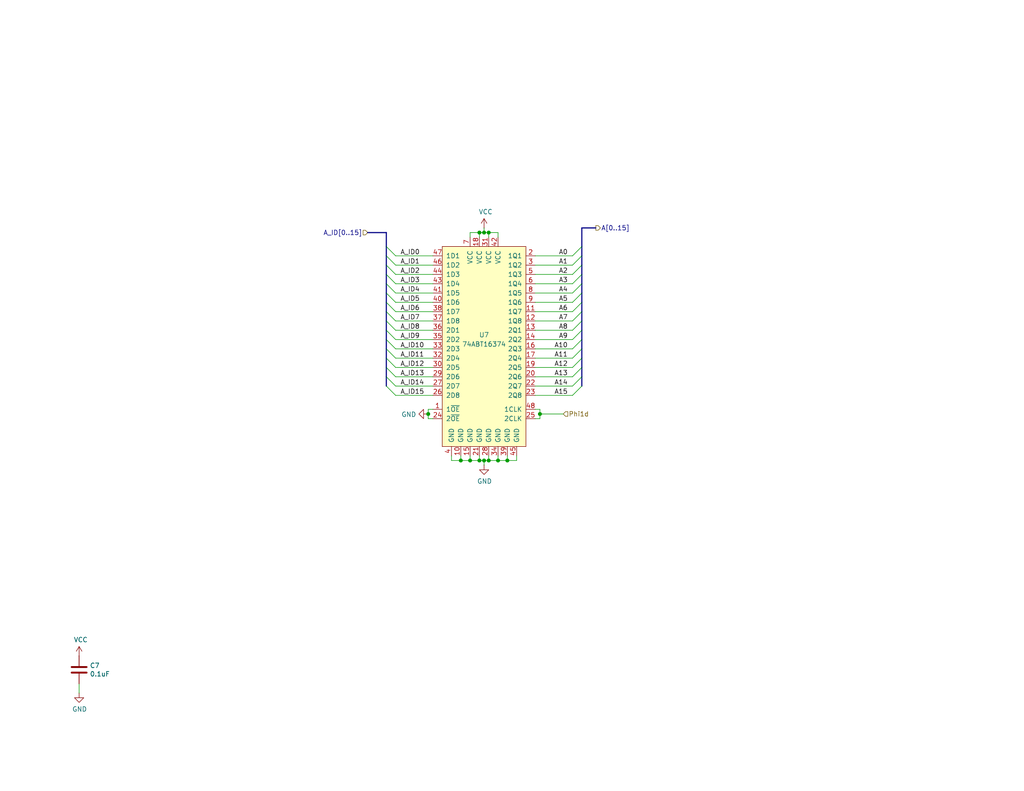
<source format=kicad_sch>
(kicad_sch (version 20250114) (generator "eeschema") (generator_version "9.0")
  (paper "USLetter")
  (title_block (date "2025-07-16") (rev "A"))
  (lib_symbols
    (symbol "Device:C" (pin_numbers (hide yes)) (pin_names (offset 0.254))
      (property "Reference" "C" (at 0.635 2.54 0))
      (property "Value" "C" (at 0.635 -2.54 0))
      (symbol "C_0_1"
        (polyline (pts (xy -2.032 0.762) (xy 2.032 0.762)) (stroke (width 0.508)))
        (polyline (pts (xy -2.032 -0.762) (xy 2.032 -0.762)) (stroke (width 0.508)))
      )
      (symbol "C_1_1"
        (pin passive line (at 0 3.81 270) (length 2.794) (name "~") (number "1"))
        (pin passive line (at 0 -3.81 90) (length 2.794) (name "~") (number "2"))
      )
    )
    (symbol "Turtle16:74ABT16374" (pin_names (offset 1.016))
      (symbol "74ABT16374_0_0"
        (pin input line (at -13.97 21.59 0) (length 2.54) (name "1D1") (number "47"))
        (pin input line (at -13.97 19.05 0) (length 2.54) (name "1D2") (number "46"))
        (pin input line (at -13.97 16.51 0) (length 2.54) (name "1D3") (number "44"))
        (pin input line (at -13.97 13.97 0) (length 2.54) (name "1D4") (number "43"))
        (pin input line (at -13.97 11.43 0) (length 2.54) (name "1D5") (number "41"))
        (pin input line (at -13.97 8.89 0) (length 2.54) (name "1D6") (number "40"))
        (pin input line (at -13.97 6.35 0) (length 2.54) (name "1D7") (number "38"))
        (pin input line (at -13.97 3.81 0) (length 2.54) (name "1D8") (number "37"))
        (pin input line (at -13.97 1.27 0) (length 2.54) (name "2D1") (number "36"))
        (pin input line (at -13.97 -1.27 0) (length 2.54) (name "2D2") (number "35"))
        (pin input line (at -13.97 -3.81 0) (length 2.54) (name "2D3") (number "33"))
        (pin input line (at -13.97 -6.35 0) (length 2.54) (name "2D4") (number "32"))
        (pin input line (at -13.97 -8.89 0) (length 2.54) (name "2D5") (number "30"))
        (pin input line (at -13.97 -11.43 0) (length 2.54) (name "2D6") (number "29"))
        (pin input line (at -13.97 -13.97 0) (length 2.54) (name "2D7") (number "27"))
        (pin input line (at -13.97 -16.51 0) (length 2.54) (name "2D8") (number "26"))
        (pin input line (at -13.97 -20.32 0) (length 2.54) (name "1~{OE}") (number "1"))
        (pin input line (at -13.97 -22.86 0) (length 2.54) (name "2~{OE}") (number "24"))
        (pin power_in line (at -8.89 -33.02 90) (length 2.54) (name "GND") (number "4"))
        (pin power_in line (at -6.35 -33.02 90) (length 2.54) (name "GND") (number "10"))
        (pin power_in line (at -3.81 26.67 270) (length 2.54) (name "VCC") (number "7"))
        (pin power_in line (at -3.81 -33.02 90) (length 2.54) (name "GND") (number "15"))
        (pin power_in line (at -1.27 26.67 270) (length 2.54) (name "VCC") (number "18"))
        (pin power_in line (at -1.27 -33.02 90) (length 2.54) (name "GND") (number "21"))
        (pin power_in line (at 1.27 26.67 270) (length 2.54) (name "VCC") (number "31"))
        (pin power_in line (at 1.27 -33.02 90) (length 2.54) (name "GND") (number "28"))
        (pin power_in line (at 3.81 26.67 270) (length 2.54) (name "VCC") (number "42"))
        (pin power_in line (at 3.81 -33.02 90) (length 2.54) (name "GND") (number "34"))
        (pin power_in line (at 6.35 -33.02 90) (length 2.54) (name "GND") (number "39"))
        (pin power_in line (at 8.89 -33.02 90) (length 2.54) (name "GND") (number "45"))
        (pin tri_state line (at 13.97 21.59 180) (length 2.54) (name "1Q1") (number "2"))
        (pin tri_state line (at 13.97 19.05 180) (length 2.54) (name "1Q2") (number "3"))
        (pin tri_state line (at 13.97 16.51 180) (length 2.54) (name "1Q3") (number "5"))
        (pin tri_state line (at 13.97 13.97 180) (length 2.54) (name "1Q4") (number "6"))
        (pin tri_state line (at 13.97 11.43 180) (length 2.54) (name "1Q5") (number "8"))
        (pin tri_state line (at 13.97 8.89 180) (length 2.54) (name "1Q6") (number "9"))
        (pin tri_state line (at 13.97 6.35 180) (length 2.54) (name "1Q7") (number "11"))
        (pin tri_state line (at 13.97 3.81 180) (length 2.54) (name "1Q8") (number "12"))
        (pin tri_state line (at 13.97 1.27 180) (length 2.54) (name "2Q1") (number "13"))
        (pin tri_state line (at 13.97 -1.27 180) (length 2.54) (name "2Q2") (number "14"))
        (pin tri_state line (at 13.97 -3.81 180) (length 2.54) (name "2Q3") (number "16"))
        (pin tri_state line (at 13.97 -6.35 180) (length 2.54) (name "2Q4") (number "17"))
        (pin tri_state line (at 13.97 -8.89 180) (length 2.54) (name "2Q5") (number "19"))
        (pin tri_state line (at 13.97 -11.43 180) (length 2.54) (name "2Q6") (number "20"))
        (pin tri_state line (at 13.97 -13.97 180) (length 2.54) (name "2Q7") (number "22"))
        (pin tri_state line (at 13.97 -16.51 180) (length 2.54) (name "2Q8") (number "23"))
        (pin input line (at 13.97 -20.32 180) (length 2.54) (name "1CLK") (number "48"))
        (pin input line (at 13.97 -22.86 180) (length 2.54) (name "2CLK") (number "25"))
      )
      (symbol "74ABT16374_0_1"
        (rectangle (start -11.43 24.13) (end 11.43 -30.48) (fill (type background)))
      )
    )
    (symbol "power:GND" (power) (pin_numbers (hide yes)) (pin_names (offset 0) (hide yes))
      (property "Value" "GND" (at 0 -3.81 0))
      (symbol "GND_0_1"
        (polyline (pts (xy 0 0) (xy 0 -1.27) (xy 1.27 -1.27) (xy 0 -2.54) (xy -1.27 -1.27) (xy 0 -1.27)))
      )
      (symbol "GND_1_1"
        (pin power_in line (at 0 0 270) (length 0) (name "~") (number "1"))
      )
    )
    (symbol "power:VCC" (power) (pin_numbers (hide yes)) (pin_names (offset 0) (hide yes))
      (property "Value" "VCC" (at 0 3.556 0))
      (symbol "VCC_0_1"
        (polyline (pts (xy -0.762 1.27) (xy 0 2.54)))
        (polyline (pts (xy 0 2.54) (xy 0.762 1.27)))
        (polyline (pts (xy 0 0) (xy 0 2.54)))
      )
      (symbol "VCC_1_1"
        (pin power_in line (at 0 0 90) (length 0) (name "~") (number "1"))
      )
    )
  )
  (junction (at 133.35 125.73))
  (junction (at 132.08 63.5))
  (junction (at 128.27 125.73))
  (junction (at 132.08 125.73))
  (junction (at 133.35 63.5))
  (junction (at 138.43 125.73))
  (junction (at 135.89 125.73))
  (junction (at 125.73 125.73))
  (junction (at 147.32 113.03))
  (junction (at 130.81 125.73))
  (junction (at 130.81 63.5))
  (junction (at 116.84 113.03))
  (bus_entry (at 105.41 90.17) (size 2.54 2.54))
  (bus_entry (at 105.41 80.01) (size 2.54 2.54))
  (bus_entry (at 105.41 95.25) (size 2.54 2.54))
  (bus_entry (at 105.41 105.41) (size 2.54 2.54))
  (bus_entry (at 105.41 100.33) (size 2.54 2.54))
  (bus_entry (at 105.41 82.55) (size 2.54 2.54))
  (bus_entry (at 158.75 67.31) (size -2.54 2.54))
  (bus_entry (at 158.75 102.87) (size -2.54 2.54))
  (bus_entry (at 105.41 97.79) (size 2.54 2.54))
  (bus_entry (at 105.41 74.93) (size 2.54 2.54))
  (bus_entry (at 158.75 97.79) (size -2.54 2.54))
  (bus_entry (at 158.75 80.01) (size -2.54 2.54))
  (bus_entry (at 105.41 67.31) (size 2.54 2.54))
  (bus_entry (at 158.75 77.47) (size -2.54 2.54))
  (bus_entry (at 158.75 72.39) (size -2.54 2.54))
  (bus_entry (at 158.75 74.93) (size -2.54 2.54))
  (bus_entry (at 105.41 102.87) (size 2.54 2.54))
  (bus_entry (at 158.75 95.25) (size -2.54 2.54))
  (bus_entry (at 105.41 92.71) (size 2.54 2.54))
  (bus_entry (at 158.75 105.41) (size -2.54 2.54))
  (bus_entry (at 158.75 92.71) (size -2.54 2.54))
  (bus_entry (at 158.75 87.63) (size -2.54 2.54))
  (bus_entry (at 105.41 77.47) (size 2.54 2.54))
  (bus_entry (at 105.41 69.85) (size 2.54 2.54))
  (bus_entry (at 158.75 90.17) (size -2.54 2.54))
  (bus_entry (at 105.41 87.63) (size 2.54 2.54))
  (bus_entry (at 158.75 100.33) (size -2.54 2.54))
  (bus_entry (at 105.41 72.39) (size 2.54 2.54))
  (bus_entry (at 105.41 85.09) (size 2.54 2.54))
  (bus_entry (at 158.75 69.85) (size -2.54 2.54))
  (bus_entry (at 158.75 85.09) (size -2.54 2.54))
  (bus_entry (at 158.75 82.55) (size -2.54 2.54))
  (bus (pts (xy 158.75 74.93) (xy 158.75 77.47)))
  (bus (pts (xy 158.75 80.01) (xy 158.75 82.55)))
  (wire (pts (xy 156.21 97.79) (xy 146.05 97.79)))
  (bus (pts (xy 105.41 72.39) (xy 105.41 74.93)))
  (wire (pts (xy 133.35 63.5) (xy 135.89 63.5)))
  (wire (pts (xy 156.21 82.55) (xy 146.05 82.55)))
  (wire (pts (xy 116.84 111.76) (xy 116.84 113.03)))
  (wire (pts (xy 107.95 97.79) (xy 118.11 97.79)))
  (wire (pts (xy 156.21 80.01) (xy 146.05 80.01)))
  (bus (pts (xy 105.41 102.87) (xy 105.41 105.41)))
  (wire (pts (xy 133.35 125.73) (xy 135.89 125.73)))
  (wire (pts (xy 156.21 74.93) (xy 146.05 74.93)))
  (wire (pts (xy 146.05 111.76) (xy 147.32 111.76)))
  (bus (pts (xy 105.41 77.47) (xy 105.41 80.01)))
  (bus (pts (xy 105.41 85.09) (xy 105.41 87.63)))
  (wire (pts (xy 156.21 105.41) (xy 146.05 105.41)))
  (wire (pts (xy 123.19 124.46) (xy 123.19 125.73)))
  (wire (pts (xy 107.95 92.71) (xy 118.11 92.71)))
  (wire (pts (xy 130.81 124.46) (xy 130.81 125.73)))
  (wire (pts (xy 138.43 124.46) (xy 138.43 125.73)))
  (wire (pts (xy 118.11 111.76) (xy 116.84 111.76)))
  (wire (pts (xy 116.84 113.03) (xy 116.84 114.3)))
  (bus (pts (xy 158.75 72.39) (xy 158.75 74.93)))
  (wire (pts (xy 156.21 72.39) (xy 146.05 72.39)))
  (bus (pts (xy 158.75 69.85) (xy 158.75 72.39)))
  (wire (pts (xy 128.27 124.46) (xy 128.27 125.73)))
  (bus (pts (xy 105.41 82.55) (xy 105.41 85.09)))
  (bus (pts (xy 158.75 87.63) (xy 158.75 90.17)))
  (wire (pts (xy 107.95 87.63) (xy 118.11 87.63)))
  (wire (pts (xy 147.32 111.76) (xy 147.32 113.03)))
  (bus (pts (xy 105.41 92.71) (xy 105.41 95.25)))
  (wire (pts (xy 107.95 69.85) (xy 118.11 69.85)))
  (wire (pts (xy 107.95 90.17) (xy 118.11 90.17)))
  (bus (pts (xy 162.56 62.23) (xy 158.75 62.23)))
  (bus (pts (xy 158.75 92.71) (xy 158.75 95.25)))
  (wire (pts (xy 107.95 95.25) (xy 118.11 95.25)))
  (wire (pts (xy 147.32 114.3) (xy 146.05 114.3)))
  (wire (pts (xy 138.43 125.73) (xy 140.97 125.73)))
  (bus (pts (xy 105.41 90.17) (xy 105.41 92.71)))
  (wire (pts (xy 107.95 80.01) (xy 118.11 80.01)))
  (wire (pts (xy 156.21 69.85) (xy 146.05 69.85)))
  (bus (pts (xy 105.41 80.01) (xy 105.41 82.55)))
  (wire (pts (xy 156.21 90.17) (xy 146.05 90.17)))
  (wire (pts (xy 132.08 125.73) (xy 132.08 127)))
  (bus (pts (xy 105.41 67.31) (xy 105.41 69.85)))
  (wire (pts (xy 128.27 63.5) (xy 130.81 63.5)))
  (bus (pts (xy 158.75 90.17) (xy 158.75 92.71)))
  (bus (pts (xy 158.75 67.31) (xy 158.75 69.85)))
  (wire (pts (xy 156.21 92.71) (xy 146.05 92.71)))
  (bus (pts (xy 158.75 100.33) (xy 158.75 102.87)))
  (bus (pts (xy 158.75 95.25) (xy 158.75 97.79)))
  (wire (pts (xy 107.95 100.33) (xy 118.11 100.33)))
  (wire (pts (xy 135.89 124.46) (xy 135.89 125.73)))
  (wire (pts (xy 132.08 125.73) (xy 133.35 125.73)))
  (wire (pts (xy 156.21 95.25) (xy 146.05 95.25)))
  (wire (pts (xy 135.89 125.73) (xy 138.43 125.73)))
  (wire (pts (xy 156.21 77.47) (xy 146.05 77.47)))
  (wire (pts (xy 107.95 105.41) (xy 118.11 105.41)))
  (wire (pts (xy 125.73 124.46) (xy 125.73 125.73)))
  (wire (pts (xy 147.32 113.03) (xy 153.67 113.03)))
  (wire (pts (xy 140.97 125.73) (xy 140.97 124.46)))
  (wire (pts (xy 116.84 114.3) (xy 118.11 114.3)))
  (wire (pts (xy 133.35 64.77) (xy 133.35 63.5)))
  (wire (pts (xy 156.21 102.87) (xy 146.05 102.87)))
  (bus (pts (xy 158.75 82.55) (xy 158.75 85.09)))
  (wire (pts (xy 156.21 85.09) (xy 146.05 85.09)))
  (wire (pts (xy 130.81 63.5) (xy 132.08 63.5)))
  (bus (pts (xy 158.75 77.47) (xy 158.75 80.01)))
  (bus (pts (xy 158.75 97.79) (xy 158.75 100.33)))
  (wire (pts (xy 107.95 77.47) (xy 118.11 77.47)))
  (wire (pts (xy 123.19 125.73) (xy 125.73 125.73)))
  (wire (pts (xy 133.35 124.46) (xy 133.35 125.73)))
  (bus (pts (xy 105.41 97.79) (xy 105.41 100.33)))
  (bus (pts (xy 105.41 100.33) (xy 105.41 102.87)))
  (wire (pts (xy 107.95 107.95) (xy 118.11 107.95)))
  (wire (pts (xy 156.21 107.95) (xy 146.05 107.95)))
  (wire (pts (xy 107.95 102.87) (xy 118.11 102.87)))
  (bus (pts (xy 105.41 87.63) (xy 105.41 90.17)))
  (wire (pts (xy 156.21 87.63) (xy 146.05 87.63)))
  (bus (pts (xy 158.75 62.23) (xy 158.75 67.31)))
  (wire (pts (xy 107.95 82.55) (xy 118.11 82.55)))
  (wire (pts (xy 147.32 113.03) (xy 147.32 114.3)))
  (bus (pts (xy 158.75 102.87) (xy 158.75 105.41)))
  (wire (pts (xy 156.21 100.33) (xy 146.05 100.33)))
  (wire (pts (xy 21.59 189.23) (xy 21.59 186.69)))
  (bus (pts (xy 105.41 63.5) (xy 105.41 67.31)))
  (wire (pts (xy 132.08 63.5) (xy 133.35 63.5)))
  (bus (pts (xy 105.41 95.25) (xy 105.41 97.79)))
  (wire (pts (xy 107.95 74.93) (xy 118.11 74.93)))
  (wire (pts (xy 130.81 64.77) (xy 130.81 63.5)))
  (wire (pts (xy 128.27 64.77) (xy 128.27 63.5)))
  (wire (pts (xy 107.95 85.09) (xy 118.11 85.09)))
  (bus (pts (xy 105.41 69.85) (xy 105.41 72.39)))
  (bus (pts (xy 105.41 74.93) (xy 105.41 77.47)))
  (wire (pts (xy 125.73 125.73) (xy 128.27 125.73)))
  (wire (pts (xy 107.95 72.39) (xy 118.11 72.39)))
  (wire (pts (xy 135.89 63.5) (xy 135.89 64.77)))
  (wire (pts (xy 130.81 125.73) (xy 132.08 125.73)))
  (wire (pts (xy 128.27 125.73) (xy 130.81 125.73)))
  (bus (pts (xy 158.75 85.09) (xy 158.75 87.63)))
  (bus (pts (xy 100.33 63.5) (xy 105.41 63.5)))
  (wire (pts (xy 132.08 62.23) (xy 132.08 63.5)))
  (label "A_ID8" (at 109.22 90.17 0))
  (label "A_ID12" (at 109.22 100.33 0))
  (label "A10" (at 154.94 95.25 180))
  (label "A_ID14" (at 109.22 105.41 0))
  (label "A8" (at 154.94 90.17 180))
  (label "A_ID11" (at 109.22 97.79 0))
  (label "A_ID9" (at 109.22 92.71 0))
  (label "A9" (at 154.94 92.71 180))
  (label "A3" (at 154.94 77.47 180))
  (label "A_ID1" (at 109.22 72.39 0))
  (label "A_ID15" (at 109.22 107.95 0))
  (label "A0" (at 154.94 69.85 180))
  (label "A_ID4" (at 109.22 80.01 0))
  (label "A13" (at 154.94 102.87 180))
  (label "A_ID0" (at 109.22 69.85 0))
  (label "A6" (at 154.94 85.09 180))
  (label "A12" (at 154.94 100.33 180))
  (label "A7" (at 154.94 87.63 180))
  (label "A_ID13" (at 109.22 102.87 0))
  (label "A11" (at 154.94 97.79 180))
  (label "A15" (at 154.94 107.95 180))
  (label "A_ID7" (at 109.22 87.63 0))
  (label "A_ID2" (at 109.22 74.93 0))
  (label "A14" (at 154.94 105.41 180))
  (label "A1" (at 154.94 72.39 180))
  (label "A5" (at 154.94 82.55 180))
  (label "A4" (at 154.94 80.01 180))
  (label "A_ID5" (at 109.22 82.55 0))
  (label "A_ID10" (at 109.22 95.25 0))
  (label "A2" (at 154.94 74.93 180))
  (label "A_ID6" (at 109.22 85.09 0))
  (label "A_ID3" (at 109.22 77.47 0))
  (hierarchical_label "A_ID[0..15]" (shape input) (at 100.33 63.5 180))
  (hierarchical_label "A[0..15]" (shape output) (at 162.56 62.23 0))
  (hierarchical_label "Phi1d" (shape input) (at 153.67 113.03 0))
  (symbol (lib_id "Device:C") (at 21.59 182.88 0) (unit 1)
    (property "Reference" "C49" (at 24.511 181.7116 0) (effects (justify left)))
    (property "Value" "0.1uF" (at 24.511 184.023 0) (effects (justify left)))
    (property "Footprint" "Capacitor_SMD:C_0603_1608Metric" (effects (hide yes)))
    (property "Datasheet" "https://www.mouser.com/datasheet/2/396/taiyo_yuden_12132018_mlcc11_hq_e-1510082.pdf" (effects (hide yes)))
    (property "Manufacturer" "Taiyo Yuden" (effects (hide yes)))
    (property "Manufacturer#" "EMK107B7104KAHT" (effects (hide yes)))
    (property "Mouser#" "963-EMK107B7104KAHT" (effects (hide yes)))
    (property "Digikey#" "587-6004-1-ND" (effects (hide yes)))
    (instances (project "" (path "" (reference "C7") (unit 1))) (project "Turtle16Computer" (path "" (reference "C49") (unit 1))))
  )
  (symbol (lib_id "power:VCC") (at 21.59 179.07 0) (unit 1)
    (property "Reference" "#PWR0701" (effects (hide yes)))
    (property "Value" "VCC" (at 22.0218 174.6758 0))
    (property "Description" "Power symbol creates a global label with name \"VCC\"" (effects (hide yes)))
    (instances (project "" (path "" (reference "#PWR0180") (unit 1))) (project "Turtle16Computer" (path "" (reference "#PWR0701") (unit 1))))
  )
  (symbol (lib_id "power:GND") (at 21.59 189.23 0) (unit 1)
    (property "Reference" "#PWR0702" (effects (hide yes)))
    (property "Value" "GND" (at 21.717 193.6242 0))
    (property "Description" "Power symbol creates a global label with name \"GND\" , ground" (effects (hide yes)))
    (instances (project "" (path "" (reference "#PWR0181") (unit 1))) (project "Turtle16Computer" (path "" (reference "#PWR0702") (unit 1))))
  )
  (symbol (lib_id "power:GND") (at 116.84 113.03 270) (unit 1)
    (property "Reference" "#PWR0699" (effects (hide yes)))
    (property "Value" "GND" (at 113.5888 113.157 90) (effects (justify right)))
    (property "Description" "Power symbol creates a global label with name \"GND\" , ground" (effects (hide yes)))
    (instances (project "" (path "" (reference "#PWR0182") (unit 1))) (project "Turtle16Computer" (path "" (reference "#PWR0699") (unit 1))))
  )
  (symbol (lib_id "power:VCC") (at 132.08 62.23 0) (unit 1)
    (property "Reference" "#PWR0698" (effects (hide yes)))
    (property "Value" "VCC" (at 132.5118 57.8358 0))
    (property "Description" "Power symbol creates a global label with name \"VCC\"" (effects (hide yes)))
    (instances (project "" (path "" (reference "#PWR0183") (unit 1))) (project "Turtle16Computer" (path "" (reference "#PWR0698") (unit 1))))
  )
  (symbol (lib_id "power:GND") (at 132.08 127 0) (unit 1)
    (property "Reference" "#PWR0700" (effects (hide yes)))
    (property "Value" "GND" (at 132.207 131.3942 0))
    (property "Description" "Power symbol creates a global label with name \"GND\" , ground" (effects (hide yes)))
    (instances (project "" (path "" (reference "#PWR0184") (unit 1))) (project "Turtle16Computer" (path "" (reference "#PWR0700") (unit 1))))
  )
  (symbol (lib_id "Turtle16:74ABT16374") (at 132.08 91.44 0) (unit 1)
    (property "Reference" "U44" (at 132.08 91.44 0))
    (property "Value" "74ABT16374" (at 132.08 93.98 0))
    (property "Footprint" "Package_SO:TSSOP-48_6.1x12.5mm_P0.5mm" (effects (hide yes)))
    (property "Datasheet" "https://www.ti.com/general/docs/suppproductinfo.tsp?distId=26&gotoUrl=https://www.ti.com/lit/gpn/sn74abt16374a" (effects (hide yes)))
    (property "Manufacturer" "Texas Instruments" (effects (hide yes)))
    (property "Manufacturer#" "SN74ABT16374ADGGR" (effects (hide yes)))
    (property "Mouser#" "595-SNABT16374ADGGR" (effects (hide yes)))
    (property "Digikey#" "296-3900-1-ND" (effects (hide yes)))
    (instances (project "" (path "" (reference "U7") (unit 1))) (project "Turtle16Computer" (path "" (reference "U44") (unit 1))))
  )
)
</source>
